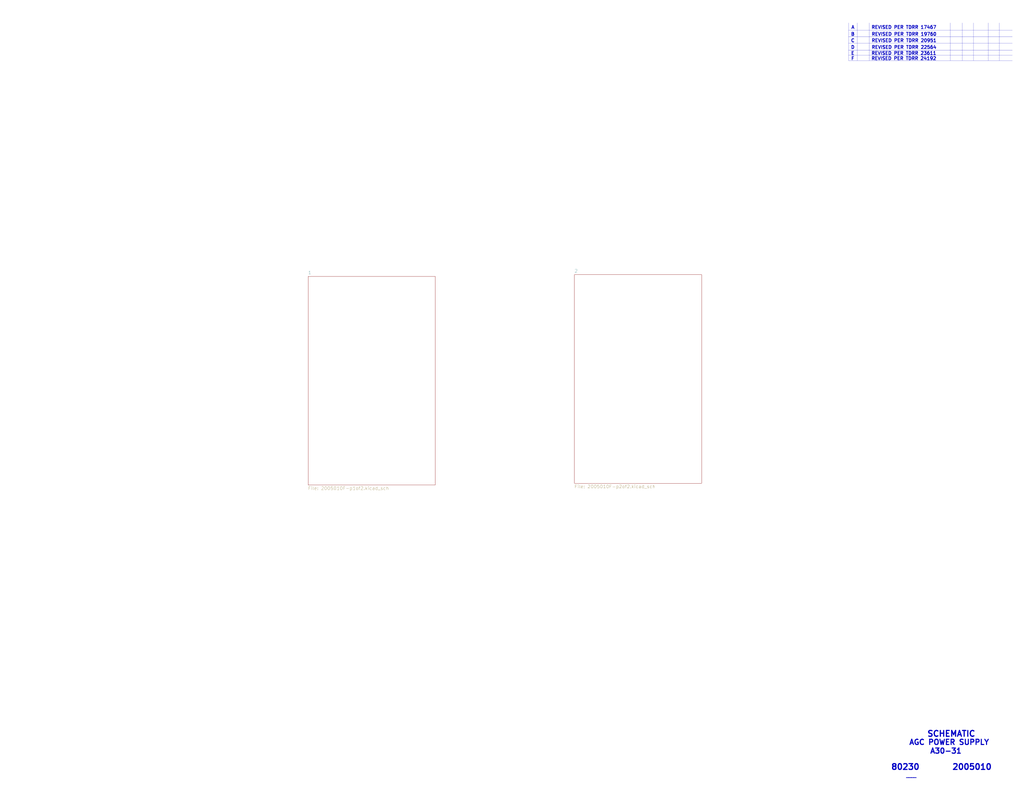
<source format=kicad_sch>
(kicad_sch (version 20211123) (generator eeschema)
  (paper "E")
  (lib_symbols)
  (polyline (pts (xy 926.084 33.02) (xy 1104.9 33.02)) (stroke (width 0) (type solid)))
  (polyline (pts (xy 1078.738 25.019) (xy 1078.738 66.167)) (stroke (width 0) (type solid)))
  (polyline (pts (xy 926.084 60.325) (xy 1104.9 60.325)) (stroke (width 0) (type solid)))
  (polyline (pts (xy 926.084 47.244) (xy 1104.9 47.244)) (stroke (width 0) (type solid)))
  (polyline (pts (xy 926.084 66.167) (xy 1104.9 66.167)) (stroke (width 0) (type solid)))
  (polyline (pts (xy 1090.803 25.019) (xy 1090.803 66.167)) (stroke (width 0) (type solid)))
  (polyline (pts (xy 926.084 25.019) (xy 926.084 66.167)) (stroke (width 0) (type solid)))
  (polyline (pts (xy 1050.163 25.019) (xy 1050.163 66.167)) (stroke (width 0) (type solid)))
  (polyline (pts (xy 935.609 25.019) (xy 935.609 66.167)) (stroke (width 0) (type solid)))
  (polyline (pts (xy 1062.482 25.019) (xy 1062.482 66.167)) (stroke (width 0) (type solid)))
  (polyline (pts (xy 948.69 25.019) (xy 948.69 66.167)) (stroke (width 0) (type solid)))
  (polyline (pts (xy 926.084 54.737) (xy 1104.9 54.737)) (stroke (width 0) (type solid)))
  (polyline (pts (xy 1037.082 25.019) (xy 1037.082 66.167)) (stroke (width 0) (type solid)))
  (polyline (pts (xy 926.084 40.259) (xy 1104.9 40.259)) (stroke (width 0) (type solid)))
  (text "SCHEMATIC" (at 1011.555 805.18 0) (effects (font (size 6.35 6.35) (thickness 1.27) bold) (justify left bottom)))
  (text "80230" (at 972.185 841.375 0) (effects (font (size 6.35 6.35) (thickness 1.27) bold) (justify left bottom)))
  (text "F       REVISED PER TDRR 24192" (at 928.751 66.04 0) (effects (font (size 3.556 3.556) (thickness 0.7112) bold) (justify left bottom)))
  (text "AGC POWER SUPPLY" (at 991.87 814.07 0) (effects (font (size 5.715 5.715) (thickness 1.143) bold) (justify left bottom)))
  (text "C       REVISED PER TDRR 20951" (at 928.497 46.482 0) (effects (font (size 3.556 3.556) (thickness 0.7112) bold) (justify left bottom)))
  (text "E       REVISED PER TDRR 23611" (at 928.624 60.325 0) (effects (font (size 3.556 3.556) (thickness 0.7112) bold) (justify left bottom)))
  (text "A30-31" (at 1014.73 823.595 0) (effects (font (size 5.715 5.715) (thickness 1.143) bold) (justify left bottom)))
  (text "2005010" (at 1038.86 841.375 0) (effects (font (size 6.35 6.35) (thickness 1.27) bold) (justify left bottom)))
  (text "____" (at 988.695 849.63 0) (effects (font (size 3.556 3.556) (thickness 0.7112) bold) (justify left bottom)))
  (text "A       REVISED PER TDRR 17467" (at 928.878 32.004 0) (effects (font (size 3.556 3.556) (thickness 0.7112) bold) (justify left bottom)))
  (text "D       REVISED PER TDRR 22564" (at 928.497 53.848 0) (effects (font (size 3.556 3.556) (thickness 0.7112) bold) (justify left bottom)))
  (text "B       REVISED PER TDRR 19760" (at 928.497 39.497 0) (effects (font (size 3.556 3.556) (thickness 0.7112) bold) (justify left bottom)))
  (sheet (at 336.2452 301.8028) (size 138.7856 227.8888)
    (property "Sheet name" "1" (at 336.2452 299.9482 0) (effects (font (size 3.556 3.556)) (justify left bottom)))
    (property "Sheet file" "2005010F-p1of2.kicad_sch" (at 336.2452 531.1906 0) (effects (font (size 3.556 3.556)) (justify left top)))
  )
  (sheet (at 626.9736 299.9232) (size 138.7856 227.8888)
    (property "Sheet name" "2" (at 626.9736 298.0686 0) (effects (font (size 3.556 3.556)) (justify left bottom)))
    (property "Sheet file" "2005010F-p2of2.kicad_sch" (at 626.9736 529.311 0) (effects (font (size 3.556 3.556)) (justify left top)))
  )
)
</source>
